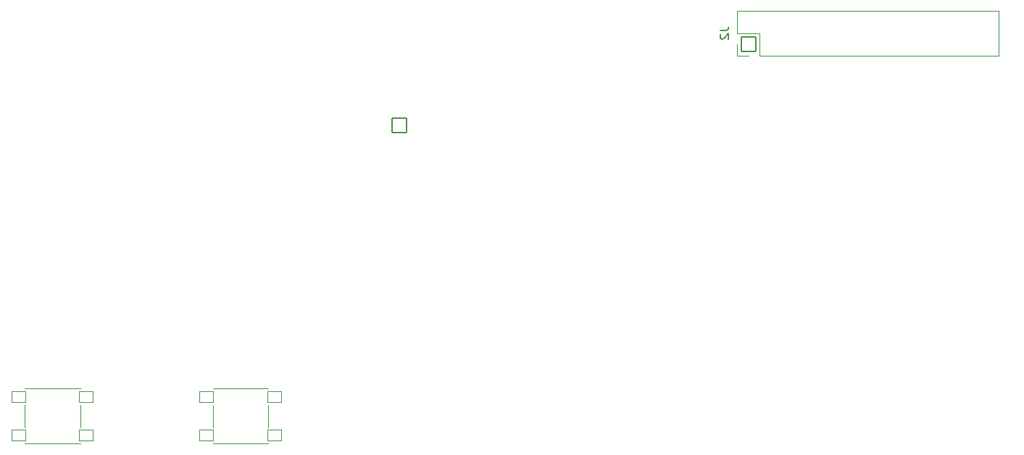
<source format=gbo>
G04 #@! TF.GenerationSoftware,KiCad,Pcbnew,7.0.9-7.0.9~ubuntu20.04.1*
G04 #@! TF.CreationDate,2024-03-01T12:09:35-07:00*
G04 #@! TF.ProjectId,lcdandbuttonboard,6c636461-6e64-4627-9574-746f6e626f61,rev?*
G04 #@! TF.SameCoordinates,Original*
G04 #@! TF.FileFunction,Legend,Bot*
G04 #@! TF.FilePolarity,Positive*
%FSLAX46Y46*%
G04 Gerber Fmt 4.6, Leading zero omitted, Abs format (unit mm)*
G04 Created by KiCad (PCBNEW 7.0.9-7.0.9~ubuntu20.04.1) date 2024-03-01 12:09:35*
%MOMM*%
%LPD*%
G01*
G04 APERTURE LIST*
G04 Aperture macros list*
%AMRoundRect*
0 Rectangle with rounded corners*
0 $1 Rounding radius*
0 $2 $3 $4 $5 $6 $7 $8 $9 X,Y pos of 4 corners*
0 Add a 4 corners polygon primitive as box body*
4,1,4,$2,$3,$4,$5,$6,$7,$8,$9,$2,$3,0*
0 Add four circle primitives for the rounded corners*
1,1,$1+$1,$2,$3*
1,1,$1+$1,$4,$5*
1,1,$1+$1,$6,$7*
1,1,$1+$1,$8,$9*
0 Add four rect primitives between the rounded corners*
20,1,$1+$1,$2,$3,$4,$5,0*
20,1,$1+$1,$4,$5,$6,$7,0*
20,1,$1+$1,$6,$7,$8,$9,0*
20,1,$1+$1,$8,$9,$2,$3,0*%
G04 Aperture macros list end*
%ADD10C,0.150000*%
%ADD11C,0.120000*%
%ADD12RoundRect,0.050000X-0.850000X-0.850000X0.850000X-0.850000X0.850000X0.850000X-0.850000X0.850000X0*%
%ADD13O,1.800000X1.800000*%
%ADD14C,2.800000*%
%ADD15RoundRect,0.050000X-0.850000X0.850000X-0.850000X-0.850000X0.850000X-0.850000X0.850000X0.850000X0*%
%ADD16RoundRect,0.050000X-0.775000X-0.650000X0.775000X-0.650000X0.775000X0.650000X-0.775000X0.650000X0*%
G04 APERTURE END LIST*
D10*
X178984819Y-52936666D02*
X179699104Y-52936666D01*
X179699104Y-52936666D02*
X179841961Y-52889047D01*
X179841961Y-52889047D02*
X179937200Y-52793809D01*
X179937200Y-52793809D02*
X179984819Y-52650952D01*
X179984819Y-52650952D02*
X179984819Y-52555714D01*
X179080057Y-53365238D02*
X179032438Y-53412857D01*
X179032438Y-53412857D02*
X178984819Y-53508095D01*
X178984819Y-53508095D02*
X178984819Y-53746190D01*
X178984819Y-53746190D02*
X179032438Y-53841428D01*
X179032438Y-53841428D02*
X179080057Y-53889047D01*
X179080057Y-53889047D02*
X179175295Y-53936666D01*
X179175295Y-53936666D02*
X179270533Y-53936666D01*
X179270533Y-53936666D02*
X179413390Y-53889047D01*
X179413390Y-53889047D02*
X179984819Y-53317619D01*
X179984819Y-53317619D02*
X179984819Y-53936666D01*
D11*
X211570000Y-50670000D02*
X211570000Y-55870000D01*
X180970000Y-50670000D02*
X211570000Y-50670000D01*
X180970000Y-50670000D02*
X180970000Y-53270000D01*
X183570000Y-53270000D02*
X183570000Y-55870000D01*
X180970000Y-53270000D02*
X183570000Y-53270000D01*
X180970000Y-54540000D02*
X180970000Y-55870000D01*
X183570000Y-55870000D02*
X211570000Y-55870000D01*
X180970000Y-55870000D02*
X182300000Y-55870000D01*
X97770000Y-94770000D02*
X97770000Y-94800000D01*
X97770000Y-94770000D02*
X104230000Y-94770000D01*
X97770000Y-99300000D02*
X97770000Y-96700000D01*
X97770000Y-101200000D02*
X97770000Y-101230000D01*
X97770000Y-101230000D02*
X104230000Y-101230000D01*
X104230000Y-94770000D02*
X104230000Y-94800000D01*
X104230000Y-99300000D02*
X104230000Y-96700000D01*
X104230000Y-101230000D02*
X104230000Y-101200000D01*
X119770000Y-94770000D02*
X119770000Y-94800000D01*
X119770000Y-94770000D02*
X126230000Y-94770000D01*
X119770000Y-99300000D02*
X119770000Y-96700000D01*
X119770000Y-101200000D02*
X119770000Y-101230000D01*
X119770000Y-101230000D02*
X126230000Y-101230000D01*
X126230000Y-94770000D02*
X126230000Y-94800000D01*
X126230000Y-99300000D02*
X126230000Y-96700000D01*
X126230000Y-101230000D02*
X126230000Y-101200000D01*
%LPC*%
D12*
X141500000Y-64000000D03*
D13*
X141500000Y-66540000D03*
X141500000Y-69080000D03*
X141500000Y-71620000D03*
X141500000Y-74160000D03*
X141500000Y-76700000D03*
X141500000Y-79240000D03*
X141500000Y-81780000D03*
D14*
X142500000Y-53500000D03*
X134000000Y-98000000D03*
X91000000Y-98000000D03*
D15*
X182300000Y-54540000D03*
D13*
X182300000Y-52000000D03*
X184840000Y-54540000D03*
X184840000Y-52000000D03*
X187380000Y-54540000D03*
X187380000Y-52000000D03*
X189920000Y-54540000D03*
X189920000Y-52000000D03*
X192460000Y-54540000D03*
X192460000Y-52000000D03*
X195000000Y-54540000D03*
X195000000Y-52000000D03*
X197540000Y-54540000D03*
X197540000Y-52000000D03*
X200080000Y-54540000D03*
X200080000Y-52000000D03*
X202620000Y-54540000D03*
X202620000Y-52000000D03*
X205160000Y-54540000D03*
X205160000Y-52000000D03*
X207700000Y-54540000D03*
X207700000Y-52000000D03*
X210240000Y-54540000D03*
X210240000Y-52000000D03*
D16*
X97025000Y-100250000D03*
X104975000Y-100250000D03*
X97025000Y-95750000D03*
X104975000Y-95750000D03*
X119025000Y-100250000D03*
X126975000Y-100250000D03*
X119025000Y-95750000D03*
X126975000Y-95750000D03*
%LPD*%
M02*

</source>
